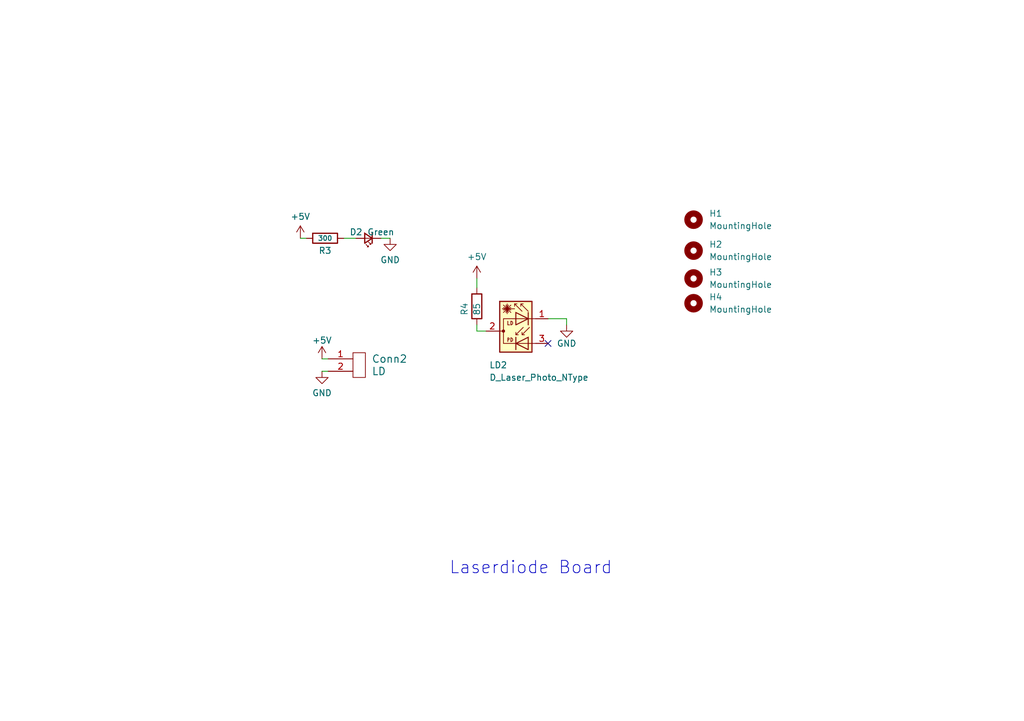
<source format=kicad_sch>
(kicad_sch (version 20230121) (generator eeschema)
  (paper "A5")
  (lib_symbols
    (symbol "Device:D_Laser_Photo_NType" (pin_names hide)
      (property "Reference" "LD" (at 1.016 7.112 0))
      (property "Value" "D_Laser_Photo_NType" (at 1.016 -5.588 0))
      (symbol "D_Laser_Photo_NType_0_1"
        (circle (center -1.524 0) (radius 0.254) (fill (type outline)))
        (arc (start -0.508 -1.778) (mid -0.3302 -1.6002) (end -0.508 -1.397))
        (arc (start 0 -2.159) (mid 0.3794 -1.778) (end 0 -1.397))
        (polyline (pts (xy -2.54 0) (xy -1.524 0)))
        (polyline (pts (xy -1.524 3.81) (xy 0 5.334)))
        (polyline (pts (xy -1.524 4.318) (xy 0 4.826)))
        (polyline (pts (xy -1.524 4.826) (xy 0 4.318)))
        (polyline (pts (xy -1.524 5.334) (xy 0 3.81)))
        (polyline (pts (xy -1.016 5.334) (xy -0.508 3.81)))
        (polyline (pts (xy -0.762 4.572) (xy -0.762 3.556)))
        (polyline (pts (xy -0.762 4.572) (xy -0.762 5.588)))
        (polyline (pts (xy -0.635 -1.397) (xy -0.635 -2.159)))
        (polyline (pts (xy -0.508 5.334) (xy -1.016 3.81)))
        (polyline (pts (xy 0 -1.397) (xy 0 -2.159)))
        (polyline (pts (xy 0 2.032) (xy 0 1.27)))
        (polyline (pts (xy 0.762 4.572) (xy -1.778 4.572)))
        (polyline (pts (xy 0.762 5.588) (xy 1.27 5.588)))
        (polyline (pts (xy 1.016 -1.27) (xy 1.016 -3.81)) (stroke (width 0.2032)))
        (polyline (pts (xy 1.016 -0.762) (xy 1.524 -0.762)))
        (polyline (pts (xy 3.556 3.81) (xy 3.556 1.27)) (stroke (width 0.2032)))
        (polyline (pts (xy -0.635 2.032) (xy -0.635 1.27) (xy -0.254 1.27)))
        (polyline (pts (xy 2.286 4.064) (xy 0.762 5.588) (xy 0.762 5.08)))
        (polyline (pts (xy 2.54 0.762) (xy 1.016 -0.762) (xy 1.016 -0.254)))
        (polyline (pts (xy 3.556 -1.27) (xy 3.556 -3.81) (xy 1.016 -2.54) (xy 3.556 -1.27)) (stroke (width 0.2032)))
        (polyline (pts (xy 5.08 2.54) (xy -1.524 2.54) (xy -1.524 -2.54) (xy 5.08 -2.54)))
        (polyline (pts (xy 3.556 4.064) (xy 2.032 5.588) (xy 2.032 5.08) (xy 2.032 5.588) (xy 2.54 5.588)))
        (polyline (pts (xy 3.81 0.762) (xy 2.286 -0.762) (xy 2.286 -0.254) (xy 2.286 -0.762) (xy 2.794 -0.762)))
        (arc (start 0 1.27) (mid 0.3794 1.651) (end 0 2.032))
        (rectangle (start 4.318 6.096) (end -2.286 -4.318) (stroke (width 0.254)) (fill (type background)))
      )
      (symbol "D_Laser_Photo_NType_1_1"
        (polyline (pts (xy 1.016 3.81) (xy 1.016 1.27) (xy 3.556 2.54) (xy 1.016 3.81)) (stroke (width 0.2032)))
        (pin passive line (at 7.62 2.54 180) (length 2.54) (name "~") (number "1"))
        (pin passive line (at -5.08 0 0) (length 2.54) (name "~") (number "2"))
        (pin passive line (at 7.62 -2.54 180) (length 2.54) (name "~") (number "3"))
      )
    )
    (symbol "Device:LED_Small" (pin_numbers hide) (pin_names (offset 0.254) hide)
      (property "Reference" "D" (at -1.27 3.175 0))
      (property "Value" "LED_Small" (at -4.445 -2.54 0))
      (symbol "LED_Small_0_1"
        (polyline (pts (xy -0.762 -1.016) (xy -0.762 1.016)) (stroke (width 0.254)))
        (polyline (pts (xy 1.016 0) (xy -0.762 0)))
        (polyline (pts (xy 0.762 -1.016) (xy -0.762 0) (xy 0.762 1.016) (xy 0.762 -1.016)) (stroke (width 0.254)))
        (polyline (pts (xy 0 0.762) (xy -0.508 1.27) (xy -0.254 1.27) (xy -0.508 1.27) (xy -0.508 1.016)))
        (polyline (pts (xy 0.508 1.27) (xy 0 1.778) (xy 0.254 1.778) (xy 0 1.778) (xy 0 1.524)))
      )
      (symbol "LED_Small_1_1"
        (pin passive line (at -2.54 0 0) (length 1.778) (name "K") (number "1"))
        (pin passive line (at 2.54 0 180) (length 1.778) (name "A") (number "2"))
      )
    )
    (symbol "Device:R" (pin_numbers hide) (pin_names (offset 0))
      (property "Reference" "R" (at 2.032 0 90))
      (property "Value" "R" (at 0 0 90))
      (symbol "R_0_1"
        (rectangle (start -1.016 -2.54) (end 1.016 2.54) (stroke (width 0.254)))
      )
      (symbol "R_1_1"
        (pin passive line (at 0 3.81 270) (length 1.27) (name "~") (number "1"))
        (pin passive line (at 0 -3.81 90) (length 1.27) (name "~") (number "2"))
      )
    )
    (symbol "MRDT_Connectors:Molex_SL_02" (pin_names (offset 1.016))
      (property "Reference" "Conn" (at 3.81 -1.27 0))
      (property "Value" "Molex_SL_02" (at 1.27 6.35 0))
      (symbol "Molex_SL_02_0_1"
        (rectangle (start 0 5.08) (end 2.54 0))
      )
      (symbol "Molex_SL_02_1_1"
        (pin input line (at -5.08 3.81 0) (length 5.08) (name "~") (number "1"))
        (pin input line (at -5.08 1.27 0) (length 5.08) (name "~") (number "2"))
      )
    )
    (symbol "Mechanical:MountingHole" (pin_names (offset 1.016))
      (property "Reference" "H" (at 0 5.08 0))
      (property "Value" "MountingHole" (at 0 3.175 0))
      (symbol "MountingHole_0_1"
        (circle (center 0 0) (radius 1.27) (stroke (width 1.27)))
      )
    )
    (symbol "power:+5V" (power) (pin_names (offset 0))
      (property "Value" "+5V" (at 0 3.556 0))
      (symbol "+5V_0_1"
        (polyline (pts (xy -0.762 1.27) (xy 0 2.54)))
        (polyline (pts (xy 0 0) (xy 0 2.54)))
        (polyline (pts (xy 0 2.54) (xy 0.762 1.27)))
      )
      (symbol "+5V_1_1"
        (pin power_in line (at 0 0 90) (length 0) hide (name "+5V") (number "1"))
      )
    )
    (symbol "power:GND" (power) (pin_names (offset 0))
      (property "Value" "GND" (at 0 -3.81 0))
      (symbol "GND_0_1"
        (polyline (pts (xy 0 0) (xy 0 -1.27) (xy 1.27 -1.27) (xy 0 -2.54) (xy -1.27 -1.27) (xy 0 -1.27)))
      )
      (symbol "GND_1_1"
        (pin power_in line (at 0 0 270) (length 0) hide (name "GND") (number "1"))
      )
    )
  )
  (no_connect (at 112.395 70.485))
  (wire (pts (xy 99.695 67.945) (xy 97.79 67.945)))
  (wire (pts (xy 97.79 57.15) (xy 97.79 59.055)))
  (wire (pts (xy 97.79 67.945) (xy 97.79 66.675)))
  (wire (pts (xy 78.105 48.895) (xy 80.01 48.895)))
  (wire (pts (xy 61.595 48.895) (xy 62.865 48.895)))
  (wire (pts (xy 116.205 65.405) (xy 116.205 66.675)))
  (wire (pts (xy 70.485 48.895) (xy 73.025 48.895)))
  (wire (pts (xy 112.395 65.405) (xy 116.205 65.405)))
  (wire (pts (xy 66.04 73.66) (xy 67.31 73.66)))
  (wire (pts (xy 66.04 76.2) (xy 67.31 76.2)))
  (text "Laserdiode Board" (at 92.075 118.11 0) (effects (font (size 2.54 2.54)) (justify left bottom)))
  (symbol (lib_id "power:+5V") (at 61.595 48.895 0) (unit 1)
    (property "Reference" "#PWR07" (effects hide))
    (property "Value" "+5V" (at 61.595 44.45 0))
  )
  (symbol (lib_id "Device:R") (at 97.79 62.865 0) (unit 1)
    (property "Reference" "R4" (at 95.25 64.77 90) (effects (justify left)))
    (property "Value" "85" (at 97.79 64.77 90) (effects (justify left)))
    (property "Footprint" "Resistor_SMD:R_0603_1608Metric_Pad0.98x0.95mm_HandSolder" (effects hide))
  )
  (symbol (lib_id "power:+5V") (at 66.04 73.66 0) (unit 1)
    (property "Reference" "#PWR08" (effects hide))
    (property "Value" "+5V" (at 66.04 69.85 0))
  )
  (symbol (lib_id "power:GND") (at 80.01 48.895 0) (unit 1)
    (property "Reference" "#PWR010" (effects hide))
    (property "Value" "GND" (at 80.01 53.34 0))
  )
  (symbol (lib_id "power:+5V") (at 97.79 57.15 0) (unit 1)
    (property "Reference" "#PWR011" (effects hide))
    (property "Value" "+5V" (at 97.79 52.705 0))
  )
  (symbol (lib_id "power:GND") (at 66.04 76.2 0) (unit 1)
    (property "Reference" "#PWR09" (effects hide))
    (property "Value" "GND" (at 66.04 80.645 0))
  )
  (symbol (lib_id "Device:R") (at 66.675 48.895 90) (unit 1)
    (property "Reference" "R3" (at 66.675 51.435 90))
    (property "Value" "300" (at 66.675 48.895 90) (effects (font (size 0.9906 0.9906))))
    (property "Footprint" "Resistor_SMD:R_0603_1608Metric_Pad0.98x0.95mm_HandSolder" (effects hide))
  )
  (symbol (lib_id "power:GND") (at 116.205 66.675 0) (unit 1)
    (property "Reference" "#PWR012" (effects hide))
    (property "Value" "GND" (at 116.205 70.485 0))
  )
  (symbol (lib_id "MRDT_Connectors:Molex_SL_02") (at 72.39 77.47 0) (unit 1)
    (property "Reference" "Conn2" (at 76.2 73.66 0) (effects (font (size 1.524 1.524)) (justify left)))
    (property "Value" "LD" (at 76.2 76.2 0) (effects (font (size 1.524 1.524)) (justify left)))
    (property "Footprint" "MRDT_Connectors:MOLEX_SL_02_Vertical" (effects hide))
  )
  (symbol (lib_id "Device:D_Laser_Photo_NType") (at 104.775 67.945 0) (unit 1)
    (property "Reference" "LD2" (at 100.33 74.93 0) (effects (justify left)))
    (property "Value" "D_Laser_Photo_NType" (at 100.33 77.47 0) (effects (justify left)))
    (property "Footprint" "FTIR_Footprints:RLD63NPC5" (effects hide))
    (property "Datasheet" "https://www.digikey.com/en/products/detail/rohm-semiconductor/RLD63NPC5-00A/12359503" (effects hide))
  )
  (symbol (lib_id "Device:LED_Small") (at 75.565 48.895 180) (unit 1)
    (property "Reference" "D2" (at 73.025 47.625 0))
    (property "Value" "Green" (at 78.105 47.625 0))
    (property "Footprint" "LED_SMD:LED_0603_1608Metric_Pad1.05x0.95mm_HandSolder" (effects hide))
  )
  (symbol (lib_id "Mechanical:MountingHole") (at 142.24 45.085 0) (unit 1)
    (property "Reference" "H1" (at 145.415 43.8149 0) (effects (justify left)))
    (property "Value" "MountingHole" (at 145.415 46.3549 0) (effects (justify left)))
    (property "Footprint" "MRDT_Drill_Holes:4_40_Hole_Corner" (effects hide))
  )
  (symbol (lib_id "Mechanical:MountingHole") (at 142.24 62.23 0) (unit 1)
    (property "Reference" "H4" (at 145.415 60.9599 0) (effects (justify left)))
    (property "Value" "MountingHole" (at 145.415 63.4999 0) (effects (justify left)))
    (property "Footprint" "MRDT_Drill_Holes:4_40_Hole_Corner" (effects hide))
  )
  (symbol (lib_id "Mechanical:MountingHole") (at 142.24 57.15 0) (unit 1)
    (property "Reference" "H3" (at 145.415 55.8799 0) (effects (justify left)))
    (property "Value" "MountingHole" (at 145.415 58.4199 0) (effects (justify left)))
    (property "Footprint" "MRDT_Drill_Holes:4_40_Hole_Corner" (effects hide))
  )
  (symbol (lib_id "Mechanical:MountingHole") (at 142.24 51.435 0) (unit 1)
    (property "Reference" "H2" (at 145.415 50.1649 0) (effects (justify left)))
    (property "Value" "MountingHole" (at 145.415 52.7049 0) (effects (justify left)))
    (property "Footprint" "MRDT_Drill_Holes:4_40_Hole_Corner" (effects hide))
  )
)
</source>
